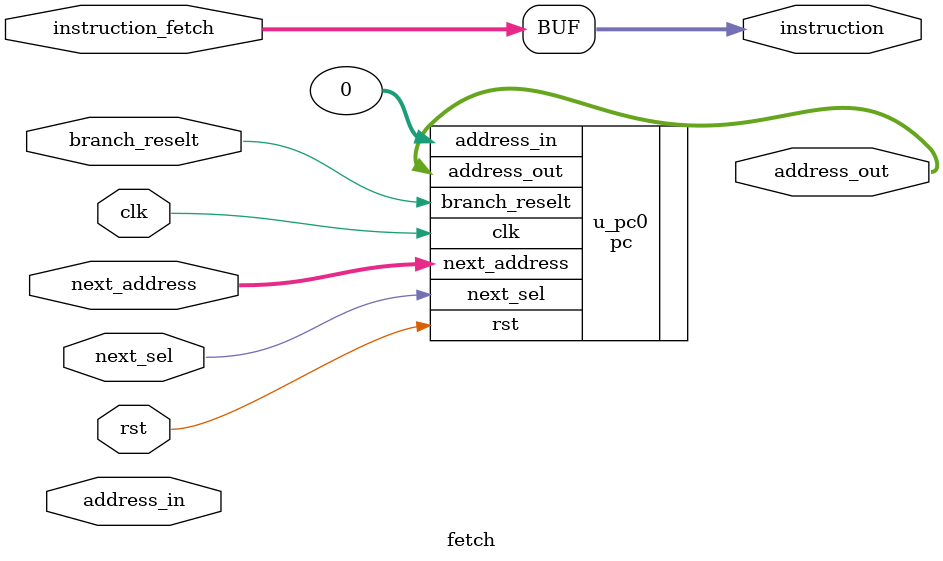
<source format=v>
`include "program_counter.v"
module fetch (
    input wire clk,
    input wire rst,
    input wire next_sel,
    input wire branch_reselt,
    input wire [31:0] next_address,
    input wire [31:0] address_in,
    input wire [31:0] instruction_fetch,

    output wire [31:0] address_out,
    output reg  [31:0] instruction
    );

    // PROGRAM COUNTER
    pc u_pc0 
    (
        .clk(clk),
        .rst(rst),
        .next_sel(next_sel),
        .next_address(next_address),
        .branch_reselt(branch_reselt),
        .address_in(0),
        .address_out(address_out)
    );

    always @ (*) begin 
        instruction = instruction_fetch ;
    end
endmodule
</source>
